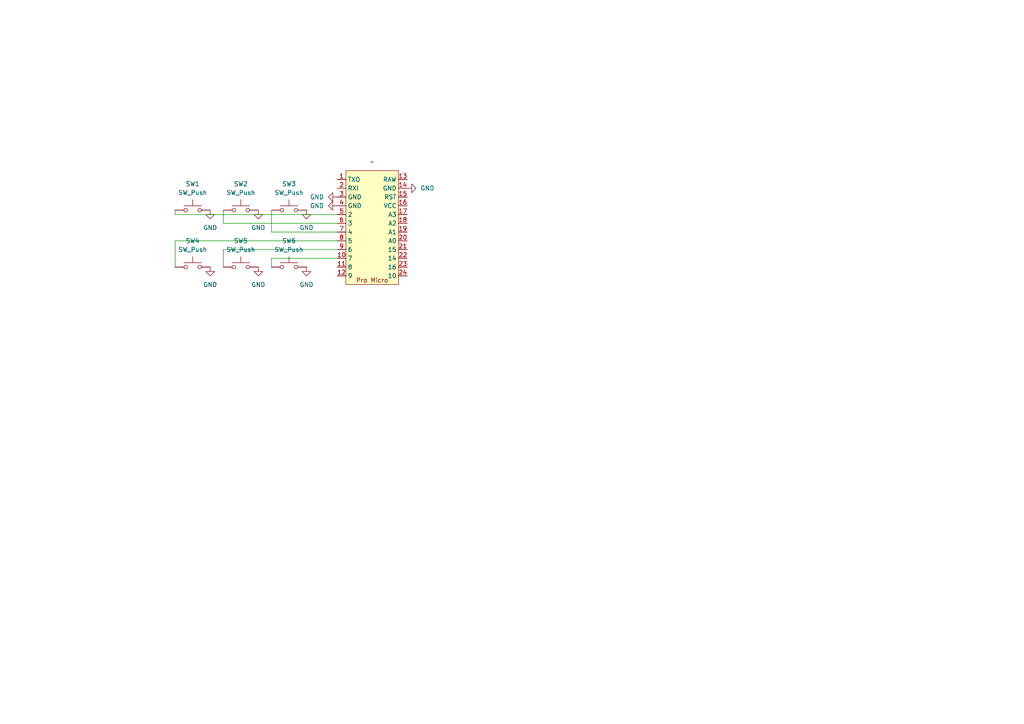
<source format=kicad_sch>
(kicad_sch (version 20250114) (generator "eeschema") (generator_version "9.0")
  (paper "A4")
  (lib_symbols
    (symbol "Switch:SW_Push" (pin_numbers (hide yes)) (pin_names (offset 1.016) (hide yes))
      (property "Reference" "SW" (at 1.27 2.54 0))
      (property "Value" "SW_Push" (at 0 -1.524 0))
      (symbol "SW_Push_0_1"
        (circle (center -2.032 0) (radius 0.508))
        (polyline (pts (xy 0 1.27) (xy 0 3.048)))
        (circle (center 2.032 0) (radius 0.508))
        (polyline (pts (xy 2.54 1.27) (xy -2.54 1.27)))
        (pin passive line (at -5.08 0 0) (length 2.54) (name "1") (number "1"))
        (pin passive line (at 5.08 0 180) (length 2.54) (name "2") (number "2"))
      )
    )
    (symbol "power:GND" (power) (pin_numbers (hide yes)) (pin_names (offset 0) (hide yes))
      (property "Value" "GND" (at 0 -3.81 0))
      (symbol "GND_0_1"
        (polyline (pts (xy 0 0) (xy 0 -1.27) (xy 1.27 -1.27) (xy 0 -2.54) (xy -1.27 -1.27) (xy 0 -1.27)))
      )
      (symbol "GND_1_1"
        (pin power_in line (at 0 0 270) (length 0) (name "~") (number "1"))
      )
    )
    (symbol "sym_lib:pro-micro"
      (property "Value" "~" (at 0 19.05 0))
      (symbol "pro-micro_1_1"
        (rectangle (start -7.62 16.51) (end 7.62 -16.51) (fill (type background)))
        (text "Pro Micro\n" (at 0 -15.24 0) (effects (font (size 1.27 1.27))))
        (pin input line (at -10.16 13.97 0) (length 2.54) (name "TXO") (number "1"))
        (pin input line (at -10.16 11.43 0) (length 2.54) (name "RXI") (number "2"))
        (pin input line (at -10.16 8.89 0) (length 2.54) (name "GND") (number "3"))
        (pin input line (at -10.16 6.35 0) (length 2.54) (name "GND") (number "4"))
        (pin input line (at -10.16 3.81 0) (length 2.54) (name "2") (number "5"))
        (pin input line (at -10.16 1.27 0) (length 2.54) (name "3") (number "6"))
        (pin input line (at -10.16 -1.27 0) (length 2.54) (name "4") (number "7"))
        (pin input line (at -10.16 -3.81 0) (length 2.54) (name "5") (number "8"))
        (pin input line (at -10.16 -6.35 0) (length 2.54) (name "6") (number "9"))
        (pin input line (at -10.16 -8.89 0) (length 2.54) (name "7") (number "10"))
        (pin input line (at -10.16 -11.43 0) (length 2.54) (name "8") (number "11"))
        (pin input line (at -10.16 -13.97 0) (length 2.54) (name "9") (number "12"))
        (pin input line (at 10.16 13.97 180) (length 2.54) (name "RAW") (number "13"))
        (pin input line (at 10.16 11.43 180) (length 2.54) (name "GND") (number "14"))
        (pin input line (at 10.16 8.89 180) (length 2.54) (name "RST") (number "15"))
        (pin input line (at 10.16 6.35 180) (length 2.54) (name "VCC") (number "16"))
        (pin input line (at 10.16 3.81 180) (length 2.54) (name "A3") (number "17"))
        (pin input line (at 10.16 1.27 180) (length 2.54) (name "A2") (number "18"))
        (pin input line (at 10.16 -1.27 180) (length 2.54) (name "A1") (number "19"))
        (pin input line (at 10.16 -3.81 180) (length 2.54) (name "A0") (number "20"))
        (pin input line (at 10.16 -6.35 180) (length 2.54) (name "15") (number "21"))
        (pin input line (at 10.16 -8.89 180) (length 2.54) (name "14") (number "22"))
        (pin input line (at 10.16 -11.43 180) (length 2.54) (name "16") (number "23"))
        (pin input line (at 10.16 -13.97 180) (length 2.54) (name "10") (number "24"))
      )
    )
  )
  (wire (pts (xy 78.74 74.93) (xy 97.79 74.93)))
  (wire (pts (xy 64.77 64.77) (xy 97.79 64.77)))
  (wire (pts (xy 64.77 72.39) (xy 97.79 72.39)))
  (wire (pts (xy 50.8 62.23) (xy 97.79 62.23)))
  (wire (pts (xy 64.77 60.96) (xy 64.77 64.77)))
  (wire (pts (xy 78.74 67.31) (xy 97.79 67.31)))
  (wire (pts (xy 78.74 60.96) (xy 78.74 67.31)))
  (wire (pts (xy 64.77 77.47) (xy 64.77 72.39)))
  (wire (pts (xy 50.8 60.96) (xy 50.8 62.23)))
  (wire (pts (xy 50.8 77.47) (xy 50.8 69.85)))
  (wire (pts (xy 78.74 77.47) (xy 78.74 74.93)))
  (wire (pts (xy 50.8 69.85) (xy 97.79 69.85)))
  (symbol (lib_id "power:GND") (at 60.96 60.96 0) (unit 1)
    (property "Reference" "#PWR01" (effects (hide yes)))
    (property "Value" "GND" (at 60.96 66.04 0))
    (property "Description" "Power symbol creates a global label with name \"GND\" , ground" (effects (hide yes)))
  )
  (symbol (lib_id "Switch:SW_Push") (at 55.88 60.96 0) (unit 1)
    (property "Reference" "SW1" (at 55.88 53.34 0))
    (property "Value" "SW_Push" (at 55.88 55.88 0))
    (property "Footprint" "Button_Switch_THT:SW_SPST_Omron_B3F-40xx" (effects (hide yes)))
    (property "Description" "Push button switch, generic, two pins" (effects (hide yes)))
  )
  (symbol (lib_id "power:GND") (at 60.96 77.47 0) (unit 1)
    (property "Reference" "#PWR04" (effects (hide yes)))
    (property "Value" "GND" (at 60.96 82.55 0))
    (property "Description" "Power symbol creates a global label with name \"GND\" , ground" (effects (hide yes)))
  )
  (symbol (lib_id "power:GND") (at 74.93 60.96 0) (unit 1)
    (property "Reference" "#PWR02" (effects (hide yes)))
    (property "Value" "GND" (at 74.93 66.04 0))
    (property "Description" "Power symbol creates a global label with name \"GND\" , ground" (effects (hide yes)))
  )
  (symbol (lib_id "Switch:SW_Push") (at 69.85 77.47 0) (unit 1)
    (property "Reference" "SW5" (at 69.85 69.85 0))
    (property "Value" "SW_Push" (at 69.85 72.39 0))
    (property "Footprint" "Button_Switch_THT:SW_SPST_Omron_B3F-40xx" (effects (hide yes)))
    (property "Description" "Push button switch, generic, two pins" (effects (hide yes)))
  )
  (symbol (lib_id "power:GND") (at 118.11 54.61 90) (unit 1)
    (property "Reference" "#PWR09" (effects (hide yes)))
    (property "Value" "GND" (at 121.92 54.6099 90) (effects (justify right)))
    (property "Description" "Power symbol creates a global label with name \"GND\" , ground" (effects (hide yes)))
  )
  (symbol (lib_id "Switch:SW_Push") (at 69.85 60.96 0) (unit 1)
    (property "Reference" "SW2" (at 69.85 53.34 0))
    (property "Value" "SW_Push" (at 69.85 55.88 0))
    (property "Footprint" "Button_Switch_THT:SW_SPST_Omron_B3F-40xx" (effects (hide yes)))
    (property "Description" "Push button switch, generic, two pins" (effects (hide yes)))
  )
  (symbol (lib_id "power:GND") (at 97.79 57.15 270) (unit 1)
    (property "Reference" "#PWR07" (effects (hide yes)))
    (property "Value" "GND" (at 93.98 57.1499 90) (effects (justify right)))
    (property "Description" "Power symbol creates a global label with name \"GND\" , ground" (effects (hide yes)))
  )
  (symbol (lib_id "Switch:SW_Push") (at 55.88 77.47 0) (unit 1)
    (property "Reference" "SW4" (at 55.88 69.85 0))
    (property "Value" "SW_Push" (at 55.88 72.39 0))
    (property "Footprint" "Button_Switch_THT:SW_SPST_Omron_B3F-40xx" (effects (hide yes)))
    (property "Description" "Push button switch, generic, two pins" (effects (hide yes)))
  )
  (symbol (lib_id "power:GND") (at 74.93 77.47 0) (unit 1)
    (property "Reference" "#PWR05" (effects (hide yes)))
    (property "Value" "GND" (at 74.93 82.55 0))
    (property "Description" "Power symbol creates a global label with name \"GND\" , ground" (effects (hide yes)))
  )
  (symbol (lib_id "power:GND") (at 88.9 60.96 0) (unit 1)
    (property "Reference" "#PWR03" (effects (hide yes)))
    (property "Value" "GND" (at 88.9 66.04 0))
    (property "Description" "Power symbol creates a global label with name \"GND\" , ground" (effects (hide yes)))
  )
  (symbol (lib_id "sym_lib:pro-micro") (at 107.95 66.04 0) (unit 1)
    (property "Reference" "U1" (effects (hide yes)))
    (property "Value" "~" (at 107.95 46.99 0))
    (property "Footprint" "fp_lib:pro-micro" (effects (hide yes)))
  )
  (symbol (lib_id "power:GND") (at 88.9 77.47 0) (unit 1)
    (property "Reference" "#PWR06" (effects (hide yes)))
    (property "Value" "GND" (at 88.9 82.55 0))
    (property "Description" "Power symbol creates a global label with name \"GND\" , ground" (effects (hide yes)))
  )
  (symbol (lib_id "Switch:SW_Push") (at 83.82 60.96 0) (unit 1)
    (property "Reference" "SW3" (at 83.82 53.34 0))
    (property "Value" "SW_Push" (at 83.82 55.88 0))
    (property "Footprint" "Button_Switch_THT:SW_SPST_Omron_B3F-40xx" (effects (hide yes)))
    (property "Description" "Push button switch, generic, two pins" (effects (hide yes)))
  )
  (symbol (lib_id "power:GND") (at 97.79 59.69 270) (unit 1)
    (property "Reference" "#PWR08" (effects (hide yes)))
    (property "Value" "GND" (at 93.98 59.6899 90) (effects (justify right)))
    (property "Description" "Power symbol creates a global label with name \"GND\" , ground" (effects (hide yes)))
  )
  (symbol (lib_id "Switch:SW_Push") (at 83.82 77.47 0) (unit 1)
    (property "Reference" "SW6" (at 83.82 69.85 0))
    (property "Value" "SW_Push" (at 83.82 72.39 0))
    (property "Footprint" "Button_Switch_THT:SW_SPST_Omron_B3F-40xx" (effects (hide yes)))
    (property "Description" "Push button switch, generic, two pins" (effects (hide yes)))
  )
)
</source>
